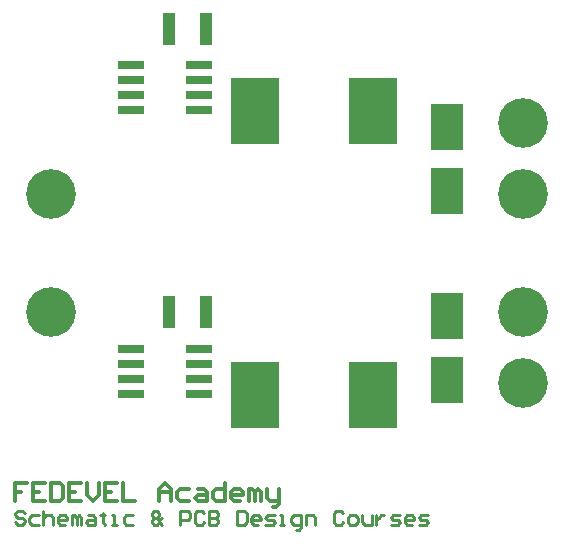
<source format=gts>
G04*
G04 #@! TF.GenerationSoftware,Altium Limited,Altium Designer,19.0.13 (425)*
G04*
G04 Layer_Color=8388736*
%FSLAX44Y44*%
%MOMM*%
G71*
G01*
G75*
%ADD16C,0.3000*%
%ADD17C,0.2500*%
%ADD18R,2.3032X0.8032*%
%ADD19R,4.0532X5.7032*%
%ADD20R,1.1032X2.7032*%
%ADD21R,2.7532X3.9532*%
%ADD22C,4.2032*%
D16*
X30157Y55235D02*
X20000D01*
Y47618D01*
X25078D01*
X20000D01*
Y40000D01*
X45392Y55235D02*
X35235D01*
Y40000D01*
X45392D01*
X35235Y47618D02*
X40313D01*
X50470Y55235D02*
Y40000D01*
X58088D01*
X60627Y42539D01*
Y52696D01*
X58088Y55235D01*
X50470D01*
X75862D02*
X65705D01*
Y40000D01*
X75862D01*
X65705Y47618D02*
X70784D01*
X80940Y55235D02*
Y45078D01*
X86019Y40000D01*
X91097Y45078D01*
Y55235D01*
X106332D02*
X96175D01*
Y40000D01*
X106332D01*
X96175Y47618D02*
X101254D01*
X111410Y55235D02*
Y40000D01*
X121567D01*
X141881D02*
Y50157D01*
X146959Y55235D01*
X152037Y50157D01*
Y40000D01*
Y47618D01*
X141881D01*
X167272Y50157D02*
X159655D01*
X157116Y47618D01*
Y42539D01*
X159655Y40000D01*
X167272D01*
X174890Y50157D02*
X179968D01*
X182507Y47618D01*
Y40000D01*
X174890D01*
X172351Y42539D01*
X174890Y45078D01*
X182507D01*
X197743Y55235D02*
Y40000D01*
X190125D01*
X187586Y42539D01*
Y47618D01*
X190125Y50157D01*
X197743D01*
X210438Y40000D02*
X205360D01*
X202821Y42539D01*
Y47618D01*
X205360Y50157D01*
X210438D01*
X212978Y47618D01*
Y45078D01*
X202821D01*
X218056Y40000D02*
Y50157D01*
X220595D01*
X223134Y47618D01*
Y40000D01*
Y47618D01*
X225674Y50157D01*
X228213Y47618D01*
Y40000D01*
X233291Y50157D02*
Y42539D01*
X235830Y40000D01*
X243448D01*
Y37461D01*
X240909Y34922D01*
X238369D01*
X243448Y40000D02*
Y50157D01*
D17*
X27997Y29997D02*
X25998Y31996D01*
X21999D01*
X20000Y29997D01*
Y27997D01*
X21999Y25998D01*
X25998D01*
X27997Y23999D01*
Y21999D01*
X25998Y20000D01*
X21999D01*
X20000Y21999D01*
X39994Y27997D02*
X33995D01*
X31996Y25998D01*
Y21999D01*
X33995Y20000D01*
X39994D01*
X43992Y31996D02*
Y20000D01*
Y25998D01*
X45992Y27997D01*
X49990D01*
X51990Y25998D01*
Y20000D01*
X61986D02*
X57988D01*
X55988Y21999D01*
Y25998D01*
X57988Y27997D01*
X61986D01*
X63986Y25998D01*
Y23999D01*
X55988D01*
X67984Y20000D02*
Y27997D01*
X69984D01*
X71983Y25998D01*
Y20000D01*
Y25998D01*
X73983Y27997D01*
X75982Y25998D01*
Y20000D01*
X81980Y27997D02*
X85979D01*
X87978Y25998D01*
Y20000D01*
X81980D01*
X79981Y21999D01*
X81980Y23999D01*
X87978D01*
X93976Y29997D02*
Y27997D01*
X91977D01*
X95975D01*
X93976D01*
Y21999D01*
X95975Y20000D01*
X101973D02*
X105972D01*
X103973D01*
Y27997D01*
X101973D01*
X119968D02*
X113970D01*
X111970Y25998D01*
Y21999D01*
X113970Y20000D01*
X119968D01*
X143960D02*
X141960Y21999D01*
X139961Y20000D01*
X137962D01*
X135962Y21999D01*
Y23999D01*
X137962Y25998D01*
X135962Y27997D01*
Y29997D01*
X137962Y31996D01*
X139961D01*
X141960Y29997D01*
Y27997D01*
X139961Y25998D01*
X141960Y23999D01*
Y21999D01*
X143960Y25998D02*
X141960Y23999D01*
X137962Y25998D02*
X139961D01*
X159955Y20000D02*
Y31996D01*
X165953D01*
X167952Y29997D01*
Y25998D01*
X165953Y23999D01*
X159955D01*
X179948Y29997D02*
X177949Y31996D01*
X173950D01*
X171951Y29997D01*
Y21999D01*
X173950Y20000D01*
X177949D01*
X179948Y21999D01*
X183947Y31996D02*
Y20000D01*
X189945D01*
X191944Y21999D01*
Y23999D01*
X189945Y25998D01*
X183947D01*
X189945D01*
X191944Y27997D01*
Y29997D01*
X189945Y31996D01*
X183947D01*
X207939D02*
Y20000D01*
X213937D01*
X215937Y21999D01*
Y29997D01*
X213937Y31996D01*
X207939D01*
X225933Y20000D02*
X221935D01*
X219935Y21999D01*
Y25998D01*
X221935Y27997D01*
X225933D01*
X227933Y25998D01*
Y23999D01*
X219935D01*
X231931Y20000D02*
X237929D01*
X239929Y21999D01*
X237929Y23999D01*
X233931D01*
X231931Y25998D01*
X233931Y27997D01*
X239929D01*
X243927Y20000D02*
X247926D01*
X245927D01*
Y27997D01*
X243927D01*
X257923Y16001D02*
X259922D01*
X261922Y18001D01*
Y27997D01*
X255924D01*
X253924Y25998D01*
Y21999D01*
X255924Y20000D01*
X261922D01*
X265920D02*
Y27997D01*
X271919D01*
X273918Y25998D01*
Y20000D01*
X297910Y29997D02*
X295911Y31996D01*
X291912D01*
X289913Y29997D01*
Y21999D01*
X291912Y20000D01*
X295911D01*
X297910Y21999D01*
X303908Y20000D02*
X307907D01*
X309906Y21999D01*
Y25998D01*
X307907Y27997D01*
X303908D01*
X301909Y25998D01*
Y21999D01*
X303908Y20000D01*
X313905Y27997D02*
Y21999D01*
X315904Y20000D01*
X321902D01*
Y27997D01*
X325901D02*
Y20000D01*
Y23999D01*
X327900Y25998D01*
X329900Y27997D01*
X331899D01*
X337897Y20000D02*
X343895D01*
X345895Y21999D01*
X343895Y23999D01*
X339897D01*
X337897Y25998D01*
X339897Y27997D01*
X345895D01*
X355891Y20000D02*
X351893D01*
X349893Y21999D01*
Y25998D01*
X351893Y27997D01*
X355891D01*
X357891Y25998D01*
Y23999D01*
X349893D01*
X361889Y20000D02*
X367887D01*
X369887Y21999D01*
X367887Y23999D01*
X363889D01*
X361889Y25998D01*
X363889Y27997D01*
X369887D01*
D18*
X118000Y169050D02*
D03*
Y156350D02*
D03*
Y143650D02*
D03*
Y130950D02*
D03*
X176000Y169050D02*
D03*
Y156350D02*
D03*
Y143650D02*
D03*
Y130950D02*
D03*
Y370950D02*
D03*
Y383650D02*
D03*
Y396350D02*
D03*
Y409050D02*
D03*
X118000Y370950D02*
D03*
Y383650D02*
D03*
Y396350D02*
D03*
Y409050D02*
D03*
D19*
X322750Y130000D02*
D03*
X223250D02*
D03*
X223250Y370000D02*
D03*
X322750D02*
D03*
D20*
X150500Y200000D02*
D03*
X181500D02*
D03*
Y440000D02*
D03*
X150500D02*
D03*
D21*
X386000Y143000D02*
D03*
Y197000D02*
D03*
Y357000D02*
D03*
Y303000D02*
D03*
D22*
X50000Y300000D02*
D03*
Y200000D02*
D03*
X450000Y360000D02*
D03*
Y140000D02*
D03*
Y300000D02*
D03*
Y200000D02*
D03*
M02*

</source>
